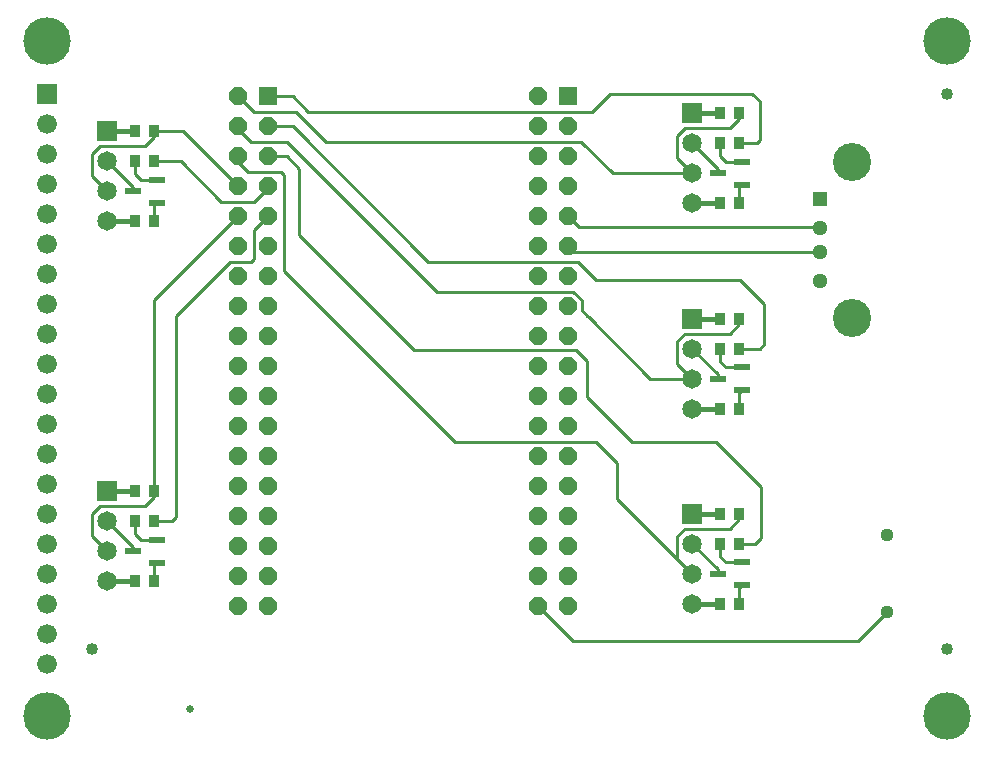
<source format=gbr>
G04 EAGLE Gerber RS-274X export*
G75*
%MOMM*%
%FSLAX34Y34*%
%LPD*%
%INBottom Copper*%
%IPPOS*%
%AMOC8*
5,1,8,0,0,1.08239X$1,22.5*%
G01*
%ADD10R,1.524000X1.524000*%
%ADD11P,1.649562X8X292.500000*%
%ADD12C,1.120000*%
%ADD13R,1.651000X1.651000*%
%ADD14C,1.651000*%
%ADD15R,0.949959X1.031241*%
%ADD16R,1.676400X1.676400*%
%ADD17C,1.676400*%
%ADD18C,4.016000*%
%ADD19R,1.288000X1.288000*%
%ADD20C,1.288000*%
%ADD21C,3.220000*%
%ADD22R,1.320800X0.558800*%
%ADD23C,1.016000*%
%ADD24C,0.381000*%
%ADD25C,0.654800*%
%ADD26C,0.254000*%


D10*
X479050Y569550D03*
D11*
X453650Y569550D03*
X479050Y544150D03*
X453650Y544150D03*
X479050Y518750D03*
X453650Y518750D03*
X479050Y493350D03*
X453650Y493350D03*
X479050Y467950D03*
X453650Y467950D03*
X479050Y442550D03*
X453650Y442550D03*
X479050Y417150D03*
X453650Y417150D03*
X479050Y391750D03*
X453650Y391750D03*
X479050Y366350D03*
X453650Y366350D03*
X479050Y340950D03*
X453650Y340950D03*
X479050Y315550D03*
X453650Y315550D03*
X479050Y290150D03*
X453650Y290150D03*
X479050Y264750D03*
X453650Y264750D03*
X479050Y239350D03*
X453650Y239350D03*
X479050Y213950D03*
X453650Y213950D03*
X479050Y188550D03*
X453650Y188550D03*
X479050Y163150D03*
X453650Y163150D03*
X479050Y137750D03*
X453650Y137750D03*
D10*
X225050Y569550D03*
D11*
X199650Y569550D03*
X225050Y544150D03*
X199650Y544150D03*
X225050Y518750D03*
X199650Y518750D03*
X225050Y493350D03*
X199650Y493350D03*
X225050Y467950D03*
X199650Y467950D03*
X225050Y442550D03*
X199650Y442550D03*
X225050Y417150D03*
X199650Y417150D03*
X225050Y391750D03*
X199650Y391750D03*
X225050Y366350D03*
X199650Y366350D03*
X225050Y340950D03*
X199650Y340950D03*
X225050Y315550D03*
X199650Y315550D03*
X225050Y290150D03*
X199650Y290150D03*
X225050Y264750D03*
X199650Y264750D03*
X225050Y239350D03*
X199650Y239350D03*
X225050Y213950D03*
X199650Y213950D03*
X225050Y188550D03*
X199650Y188550D03*
X225050Y163150D03*
X199650Y163150D03*
X225050Y137750D03*
X199650Y137750D03*
D12*
X749300Y197600D03*
X749300Y132600D03*
D13*
X584200Y554990D03*
D14*
X584200Y529590D03*
X584200Y504190D03*
X584200Y478790D03*
D15*
X623951Y529590D03*
X607949Y529590D03*
D16*
X38100Y571500D03*
D17*
X38100Y546100D03*
X38100Y520700D03*
X38100Y495300D03*
X38100Y469900D03*
X38100Y444500D03*
X38100Y419100D03*
X38100Y393700D03*
X38100Y368300D03*
X38100Y342900D03*
X38100Y317500D03*
X38100Y292100D03*
X38100Y266700D03*
X38100Y241300D03*
X38100Y215900D03*
X38100Y190500D03*
X38100Y165100D03*
X38100Y139700D03*
X38100Y114300D03*
X38100Y88900D03*
D18*
X38100Y615950D03*
X38100Y44450D03*
X800100Y615950D03*
X800100Y44450D03*
D15*
X623951Y478790D03*
X607949Y478790D03*
X607949Y554990D03*
X623951Y554990D03*
D19*
X692150Y482600D03*
D20*
X692150Y457600D03*
X692150Y437600D03*
X692150Y412600D03*
D21*
X719250Y513300D03*
X719250Y381900D03*
D22*
X626110Y513842D03*
X626110Y494538D03*
X605790Y504190D03*
D13*
X584200Y381000D03*
D14*
X584200Y355600D03*
X584200Y330200D03*
X584200Y304800D03*
D15*
X623951Y355600D03*
X607949Y355600D03*
X623951Y304800D03*
X607949Y304800D03*
X607949Y381000D03*
X623951Y381000D03*
D22*
X626110Y339852D03*
X626110Y320548D03*
X605790Y330200D03*
D13*
X584200Y215900D03*
D14*
X584200Y190500D03*
X584200Y165100D03*
X584200Y139700D03*
D15*
X623951Y190500D03*
X607949Y190500D03*
X623951Y139700D03*
X607949Y139700D03*
X607949Y215900D03*
X623951Y215900D03*
D22*
X626110Y174752D03*
X626110Y155448D03*
X605790Y165100D03*
D13*
X88900Y539750D03*
D14*
X88900Y514350D03*
X88900Y488950D03*
X88900Y463550D03*
D15*
X128651Y514350D03*
X112649Y514350D03*
X128651Y463550D03*
X112649Y463550D03*
X112649Y539750D03*
X128651Y539750D03*
D22*
X130810Y498602D03*
X130810Y479298D03*
X110490Y488950D03*
D13*
X88900Y234950D03*
D14*
X88900Y209550D03*
X88900Y184150D03*
X88900Y158750D03*
D15*
X128651Y209550D03*
X112649Y209550D03*
X128651Y158750D03*
X112649Y158750D03*
X112649Y234950D03*
X128651Y234950D03*
D22*
X130810Y193802D03*
X130810Y174498D03*
X110490Y184150D03*
D23*
X800100Y571500D03*
X76200Y101600D03*
X800100Y101600D03*
D24*
X607949Y139700D02*
X584200Y139700D01*
X584200Y304800D02*
X607949Y304800D01*
X607949Y478790D02*
X584200Y478790D01*
X112649Y158750D02*
X88900Y158750D01*
X88900Y463550D02*
X112649Y463550D01*
D25*
X158750Y50800D03*
D24*
X584200Y215900D02*
X607949Y215900D01*
X607949Y381000D02*
X584200Y381000D01*
X584200Y554990D02*
X607949Y554990D01*
X112649Y234950D02*
X88900Y234950D01*
X88900Y539750D02*
X112649Y539750D01*
D26*
X453650Y137750D02*
X483450Y107950D01*
X724650Y107950D02*
X749300Y132600D01*
X724650Y107950D02*
X483450Y107950D01*
X488130Y458870D02*
X479050Y467950D01*
X690880Y458870D02*
X692150Y457600D01*
X690880Y458870D02*
X488130Y458870D01*
X484000Y437600D02*
X692150Y437600D01*
X484000Y437600D02*
X479050Y442550D01*
X605790Y504190D02*
X605790Y508000D01*
X584200Y529590D01*
X607949Y529590D02*
X607949Y518541D01*
X612648Y513842D02*
X626110Y513842D01*
X612648Y513842D02*
X607949Y518541D01*
X623951Y529590D02*
X638810Y529590D01*
X245790Y569550D02*
X225050Y569550D01*
X245790Y569550D02*
X259080Y556260D01*
X641350Y565150D02*
X641350Y532130D01*
X641350Y565150D02*
X635000Y571500D01*
X641350Y532130D02*
X638810Y529590D01*
X635000Y571500D02*
X514350Y571500D01*
X499110Y556260D01*
X259080Y556260D01*
X623951Y492379D02*
X623951Y478790D01*
X623951Y492379D02*
X626110Y494538D01*
X584200Y504190D02*
X571500Y516890D01*
X571500Y535940D01*
X577850Y542290D01*
X615950Y542290D01*
X623951Y550291D01*
X623951Y554990D01*
X584200Y504190D02*
X516890Y504190D01*
X274320Y530860D02*
X248920Y556260D01*
X212940Y556260D02*
X199650Y569550D01*
X490220Y530860D02*
X516890Y504190D01*
X490220Y530860D02*
X274320Y530860D01*
X248920Y556260D02*
X212940Y556260D01*
X571500Y177800D02*
X584200Y165100D01*
X571500Y177800D02*
X571500Y196850D01*
X577850Y203200D01*
X615950Y203200D02*
X623951Y211201D01*
X623951Y215900D01*
X615950Y203200D02*
X577850Y203200D01*
X584200Y165100D02*
X520700Y228600D01*
X520700Y259080D01*
X502920Y276860D01*
X383540Y276860D01*
X238760Y421640D01*
X238760Y502920D01*
X236220Y505460D01*
X208280Y505460D01*
X199650Y514090D01*
X199650Y518750D01*
X624840Y414020D02*
X645160Y393700D01*
X624840Y414020D02*
X502920Y414020D01*
X245790Y544150D02*
X225050Y544150D01*
X245790Y544150D02*
X360680Y429260D01*
X487680Y429260D01*
X502920Y414020D01*
X623951Y355600D02*
X641350Y355600D01*
X645160Y359410D01*
X645160Y393700D01*
X584200Y330200D02*
X571500Y342900D01*
X571500Y361950D01*
X577850Y368300D01*
X615950Y368300D01*
X623951Y376301D01*
X623951Y381000D01*
X584200Y330200D02*
X548640Y330200D01*
X496570Y382270D01*
X495300Y383540D01*
X241300Y530860D02*
X210820Y530860D01*
X199650Y542030D01*
X199650Y544150D01*
X241300Y530860D02*
X368300Y403860D01*
X490480Y388360D02*
X495300Y383540D01*
X490480Y388360D02*
X490480Y396485D01*
X483105Y403860D01*
X368300Y403860D01*
X151130Y514350D02*
X128651Y514350D01*
X151130Y514350D02*
X185420Y480060D01*
X213360Y480060D01*
X225050Y491750D01*
X225050Y493350D01*
X88900Y488950D02*
X76200Y501650D01*
X76200Y520700D01*
X82550Y527050D01*
X120650Y527050D01*
X128651Y535051D01*
X128651Y539750D01*
X153250Y539750D02*
X199650Y493350D01*
X153250Y539750D02*
X128651Y539750D01*
X147320Y383540D02*
X147320Y213360D01*
X147320Y383540D02*
X193040Y429260D01*
X210820Y429260D02*
X213360Y431800D01*
X213360Y456260D02*
X225050Y467950D01*
X143510Y209550D02*
X128651Y209550D01*
X143510Y209550D02*
X147320Y213360D01*
X193040Y429260D02*
X210820Y429260D01*
X213360Y431800D02*
X213360Y456260D01*
X76200Y196850D02*
X88900Y184150D01*
X76200Y196850D02*
X76200Y215900D01*
X82550Y222250D01*
X120650Y222250D01*
X128651Y230251D01*
X128651Y234950D01*
X128651Y396951D01*
X199650Y467950D01*
X605790Y334010D02*
X605790Y330200D01*
X605790Y334010D02*
X584200Y355600D01*
X607949Y355600D02*
X607949Y344551D01*
X612648Y339852D02*
X626110Y339852D01*
X612648Y339852D02*
X607949Y344551D01*
X626110Y320548D02*
X623951Y318389D01*
X623951Y304800D01*
X584200Y190500D02*
X605790Y168910D01*
X605790Y165100D01*
X607949Y179451D02*
X607949Y190500D01*
X612648Y174752D02*
X626110Y174752D01*
X612648Y174752D02*
X607949Y179451D01*
X623951Y153289D02*
X623951Y139700D01*
X623951Y153289D02*
X626110Y155448D01*
X110490Y488950D02*
X110490Y492760D01*
X88900Y514350D01*
X112649Y514350D02*
X112649Y503301D01*
X117348Y498602D02*
X130810Y498602D01*
X117348Y498602D02*
X112649Y503301D01*
X128651Y477139D02*
X128651Y463550D01*
X128651Y477139D02*
X130810Y479298D01*
X110490Y187960D02*
X110490Y184150D01*
X110490Y187960D02*
X88900Y209550D01*
X112649Y209550D02*
X112649Y198501D01*
X117348Y193802D02*
X130810Y193802D01*
X117348Y193802D02*
X112649Y198501D01*
X128651Y172339D02*
X128651Y158750D01*
X128651Y172339D02*
X130810Y174498D01*
X623951Y190500D02*
X637540Y190500D01*
X642620Y195580D01*
X642620Y238760D01*
X604520Y276860D01*
X533400Y276860D01*
X495300Y314960D01*
X251460Y452120D02*
X251460Y508000D01*
X240710Y518750D01*
X225050Y518750D01*
X495300Y345440D02*
X495300Y314960D01*
X495300Y345440D02*
X485820Y354920D01*
X348660Y354920D01*
X251460Y452120D01*
M02*

</source>
